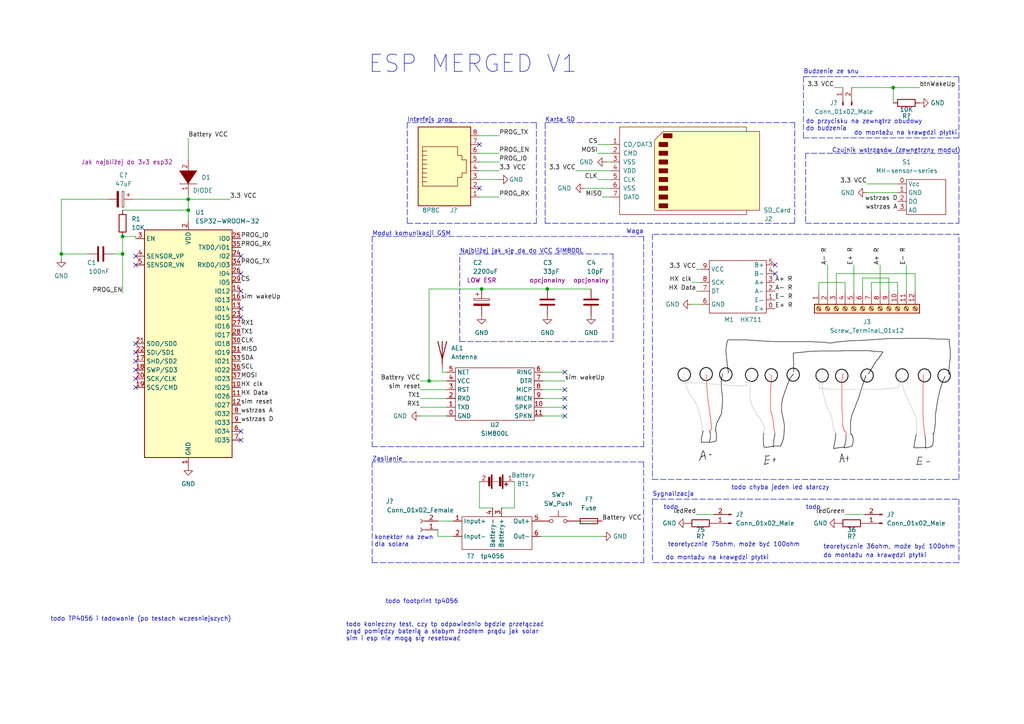
<source format=kicad_sch>
(kicad_sch (version 20211123) (generator eeschema)
  (paper "A4")
  (lib_symbols
    (symbol "Connector:8P8C" (pin_names (offset 1.016))
      (property "Reference" "J" (at -5.08 13.97 0))
      (property "Value" "8P8C" (at 2.54 13.97 0))
      (symbol "8P8C_0_1"
        (polyline (pts (xy -5.08 4.445) (xy -6.35 4.445)))
        (polyline (pts (xy -5.08 5.715) (xy -6.35 5.715)))
        (polyline (pts (xy -6.35 -3.175) (xy -5.08 -3.175) (xy -5.08 -3.175)))
        (polyline (pts (xy -6.35 -1.905) (xy -5.08 -1.905) (xy -5.08 -1.905)))
        (polyline (pts (xy -6.35 -0.635) (xy -5.08 -0.635) (xy -5.08 -0.635)))
        (polyline (pts (xy -6.35 0.635) (xy -5.08 0.635) (xy -5.08 0.635)))
        (polyline (pts (xy -6.35 1.905) (xy -5.08 1.905) (xy -5.08 1.905)))
        (polyline (pts (xy -5.08 3.175) (xy -6.35 3.175) (xy -6.35 3.175)))
        (polyline (pts (xy -6.35 -4.445) (xy -6.35 6.985) (xy 3.81 6.985) (xy 3.81 4.445) (xy 5.08 4.445) (xy 5.08 3.175) (xy 6.35 3.175) (xy 6.35 -0.635) (xy 5.08 -0.635) (xy 5.08 -1.905) (xy 3.81 -1.905) (xy 3.81 -4.445) (xy -6.35 -4.445) (xy -6.35 -4.445)))
        (rectangle (start 7.62 12.7) (end -7.62 -10.16) (stroke (width 0.254)) (fill (type background)))
      )
      (symbol "8P8C_1_1"
        (pin passive line (at 10.16 -7.62 180) (length 2.54) (name "~") (number "1"))
        (pin passive line (at 10.16 -5.08 180) (length 2.54) (name "~") (number "2"))
        (pin passive line (at 10.16 -2.54 180) (length 2.54) (name "~") (number "3"))
        (pin passive line (at 10.16 0 180) (length 2.54) (name "~") (number "4"))
        (pin passive line (at 10.16 2.54 180) (length 2.54) (name "~") (number "5"))
        (pin passive line (at 10.16 5.08 180) (length 2.54) (name "~") (number "6"))
        (pin passive line (at 10.16 7.62 180) (length 2.54) (name "~") (number "7"))
        (pin passive line (at 10.16 10.16 180) (length 2.54) (name "~") (number "8"))
      )
    )
    (symbol "Connector:Conn_01x02_Female" (pin_names (offset 1.016) hide)
      (property "Reference" "J" (at 0 2.54 0))
      (property "Value" "Conn_01x02_Female" (at 0 -5.08 0))
      (symbol "Conn_01x02_Female_1_1"
        (arc (start 0 -2.032) (mid -0.508 -2.54) (end 0 -3.048) (stroke (width 0.1524)))
        (polyline (pts (xy -1.27 -2.54) (xy -0.508 -2.54)) (stroke (width 0.1524)))
        (polyline (pts (xy -1.27 0) (xy -0.508 0)) (stroke (width 0.1524)))
        (arc (start 0 0.508) (mid -0.508 0) (end 0 -0.508) (stroke (width 0.1524)))
        (pin passive line (at -5.08 0 0) (length 3.81) (name "Pin_1") (number "1"))
        (pin passive line (at -5.08 -2.54 0) (length 3.81) (name "Pin_2") (number "2"))
      )
    )
    (symbol "Connector:Conn_01x02_Male" (pin_names (offset 1.016) hide)
      (property "Reference" "J" (at 0 2.54 0))
      (property "Value" "Conn_01x02_Male" (at 0 -5.08 0))
      (symbol "Conn_01x02_Male_1_1"
        (polyline (pts (xy 1.27 -2.54) (xy 0.8636 -2.54)) (stroke (width 0.1524)))
        (polyline (pts (xy 1.27 0) (xy 0.8636 0)) (stroke (width 0.1524)))
        (rectangle (start 0.8636 -2.413) (end 0 -2.667) (stroke (width 0.1524)) (fill (type outline)))
        (rectangle (start 0.8636 0.127) (end 0 -0.127) (stroke (width 0.1524)) (fill (type outline)))
        (pin passive line (at 5.08 0 180) (length 3.81) (name "Pin_1") (number "1"))
        (pin passive line (at 5.08 -2.54 180) (length 3.81) (name "Pin_2") (number "2"))
      )
    )
    (symbol "Connector:SD_Card" (pin_names (offset 1.016))
      (property "Reference" "J2" (at 22.86 -13.97 0))
      (property "Value" "SD_Card" (at 25.4 -11.43 0))
      (symbol "SD_Card_0_1"
        (rectangle (start -8.89 -9.525) (end -6.35 -10.795) (fill (type outline)))
        (rectangle (start -8.89 -6.985) (end -6.35 -8.255) (fill (type outline)))
        (rectangle (start -8.89 -4.445) (end -6.35 -5.715) (fill (type outline)))
        (rectangle (start -8.89 -1.905) (end -6.35 -3.175) (fill (type outline)))
        (rectangle (start -8.89 0.635) (end -6.35 -0.635) (fill (type outline)))
        (rectangle (start -8.89 3.175) (end -6.35 1.905) (fill (type outline)))
        (rectangle (start -8.89 5.715) (end -6.35 4.445) (fill (type outline)))
        (rectangle (start -8.89 8.255) (end -6.35 6.985) (fill (type outline)))
        (rectangle (start -7.62 10.795) (end -5.08 9.525) (fill (type outline)))
        (polyline (pts (xy -10.16 8.89) (xy -7.62 11.43) (xy 20.32 11.43) (xy 20.32 -11.43) (xy -10.16 -11.43) (xy -10.16 8.89)) (fill (type background)))
        (polyline (pts (xy 16.51 11.43) (xy 16.51 12.7) (xy -20.32 12.7) (xy -20.32 -12.7) (xy 16.51 -12.7) (xy 16.51 -11.43)))
      )
      (symbol "SD_Card_1_1"
        (pin input line (at -22.86 7.62 0) (length 2.54) (name "CD/DAT3") (number "1"))
        (pin input line (at -22.86 5.08 0) (length 2.54) (name "CMD") (number "2"))
        (pin power_in line (at -22.86 2.54 0) (length 2.54) (name "VSS") (number "3"))
        (pin passive line (at -22.86 0 0) (length 2.54) (name "VDD") (number "4"))
        (pin input line (at -22.86 -2.54 0) (length 2.54) (name "CLK") (number "5"))
        (pin power_in line (at -22.86 -5.08 0) (length 2.54) (name "VSS") (number "6"))
        (pin input line (at -22.86 -7.62 0) (length 2.54) (name "DAT0") (number "7"))
      )
    )
    (symbol "Connector:Screw_Terminal_01x12" (pin_names (offset 1.016) hide)
      (property "Reference" "J" (at 0 15.24 0))
      (property "Value" "Screw_Terminal_01x12" (at 0 -17.78 0))
      (symbol "Screw_Terminal_01x12_1_1"
        (rectangle (start -1.27 13.97) (end 1.27 -16.51) (stroke (width 0.254)) (fill (type background)))
        (circle (center 0 -15.24) (radius 0.635) (stroke (width 0.1524)))
        (circle (center 0 -12.7) (radius 0.635) (stroke (width 0.1524)))
        (circle (center 0 -10.16) (radius 0.635) (stroke (width 0.1524)))
        (circle (center 0 -7.62) (radius 0.635) (stroke (width 0.1524)))
        (circle (center 0 -5.08) (radius 0.635) (stroke (width 0.1524)))
        (circle (center 0 -2.54) (radius 0.635) (stroke (width 0.1524)))
        (polyline (pts (xy -0.5334 -14.9098) (xy 0.3302 -15.748)) (stroke (width 0.1524)))
        (polyline (pts (xy -0.5334 -12.3698) (xy 0.3302 -13.208)) (stroke (width 0.1524)))
        (polyline (pts (xy -0.5334 -9.8298) (xy 0.3302 -10.668)) (stroke (width 0.1524)))
        (polyline (pts (xy -0.5334 -7.2898) (xy 0.3302 -8.128)) (stroke (width 0.1524)))
        (polyline (pts (xy -0.5334 -4.7498) (xy 0.3302 -5.588)) (stroke (width 0.1524)))
        (polyline (pts (xy -0.5334 -2.2098) (xy 0.3302 -3.048)) (stroke (width 0.1524)))
        (polyline (pts (xy -0.5334 0.3302) (xy 0.3302 -0.508)) (stroke (width 0.1524)))
        (polyline (pts (xy -0.5334 2.8702) (xy 0.3302 2.032)) (stroke (width 0.1524)))
        (polyline (pts (xy -0.5334 5.4102) (xy 0.3302 4.572)) (stroke (width 0.1524)))
        (polyline (pts (xy -0.5334 7.9502) (xy 0.3302 7.112)) (stroke (width 0.1524)))
        (polyline (pts (xy -0.5334 10.4902) (xy 0.3302 9.652)) (stroke (width 0.1524)))
        (polyline (pts (xy -0.5334 13.0302) (xy 0.3302 12.192)) (stroke (width 0.1524)))
        (polyline (pts (xy -0.3556 -14.732) (xy 0.508 -15.5702)) (stroke (width 0.1524)))
        (polyline (pts (xy -0.3556 -12.192) (xy 0.508 -13.0302)) (stroke (width 0.1524)))
        (polyline (pts (xy -0.3556 -9.652) (xy 0.508 -10.4902)) (stroke (width 0.1524)))
        (polyline (pts (xy -0.3556 -7.112) (xy 0.508 -7.9502)) (stroke (width 0.1524)))
        (polyline (pts (xy -0.3556 -4.572) (xy 0.508 -5.4102)) (stroke (width 0.1524)))
        (polyline (pts (xy -0.3556 -2.032) (xy 0.508 -2.8702)) (stroke (width 0.1524)))
        (polyline (pts (xy -0.3556 0.508) (xy 0.508 -0.3302)) (stroke (width 0.1524)))
        (polyline (pts (xy -0.3556 3.048) (xy 0.508 2.2098)) (stroke (width 0.1524)))
        (polyline (pts (xy -0.3556 5.588) (xy 0.508 4.7498)) (stroke (width 0.1524)))
        (polyline (pts (xy -0.3556 8.128) (xy 0.508 7.2898)) (stroke (width 0.1524)))
        (polyline (pts (xy -0.3556 10.668) (xy 0.508 9.8298)) (stroke (width 0.1524)))
        (polyline (pts (xy -0.3556 13.208) (xy 0.508 12.3698)) (stroke (width 0.1524)))
        (circle (center 0 0) (radius 0.635) (stroke (width 0.1524)))
        (circle (center 0 2.54) (radius 0.635) (stroke (width 0.1524)))
        (circle (center 0 5.08) (radius 0.635) (stroke (width 0.1524)))
        (circle (center 0 7.62) (radius 0.635) (stroke (width 0.1524)))
        (circle (center 0 10.16) (radius 0.635) (stroke (width 0.1524)))
        (circle (center 0 12.7) (radius 0.635) (stroke (width 0.1524)))
        (pin passive line (at -5.08 12.7 0) (length 3.81) (name "Pin_1") (number "1"))
        (pin passive line (at -5.08 -10.16 0) (length 3.81) (name "Pin_10") (number "10"))
        (pin passive line (at -5.08 -12.7 0) (length 3.81) (name "Pin_11") (number "11"))
        (pin passive line (at -5.08 -15.24 0) (length 3.81) (name "Pin_12") (number "12"))
        (pin passive line (at -5.08 10.16 0) (length 3.81) (name "Pin_2") (number "2"))
        (pin passive line (at -5.08 7.62 0) (length 3.81) (name "Pin_3") (number "3"))
        (pin passive line (at -5.08 5.08 0) (length 3.81) (name "Pin_4") (number "4"))
        (pin passive line (at -5.08 2.54 0) (length 3.81) (name "Pin_5") (number "5"))
        (pin passive line (at -5.08 0 0) (length 3.81) (name "Pin_6") (number "6"))
        (pin passive line (at -5.08 -2.54 0) (length 3.81) (name "Pin_7") (number "7"))
        (pin passive line (at -5.08 -5.08 0) (length 3.81) (name "Pin_8") (number "8"))
        (pin passive line (at -5.08 -7.62 0) (length 3.81) (name "Pin_9") (number "9"))
      )
    )
    (symbol "Device:Antenna" (pin_numbers hide) (pin_names (offset 1.016) hide)
      (property "Reference" "AE" (at -1.905 1.905 0))
      (property "Value" "Antenna" (at -1.905 0 0))
      (symbol "Antenna_0_1"
        (polyline (pts (xy 0 2.54) (xy 0 -3.81)) (stroke (width 0.254)))
        (polyline (pts (xy 1.27 2.54) (xy 0 -2.54) (xy -1.27 2.54)) (stroke (width 0.254)))
      )
      (symbol "Antenna_1_1"
        (pin input line (at 0 -5.08 90) (length 2.54) (name "A") (number "1"))
      )
    )
    (symbol "Device:Battery" (pin_names (offset 0) hide)
      (property "Reference" "BT" (at 2.54 2.54 0))
      (property "Value" "Battery" (at 2.54 0 0))
      (symbol "Battery_0_1"
        (rectangle (start -2.032 -1.397) (end 2.032 -1.651) (fill (type outline)))
        (rectangle (start -2.032 1.778) (end 2.032 1.524) (fill (type outline)))
        (rectangle (start -1.3208 -1.9812) (end 1.27 -2.4892) (fill (type outline)))
        (rectangle (start -1.3208 1.1938) (end 1.27 0.6858) (fill (type outline)))
        (polyline (pts (xy 0 -1.524) (xy 0 -1.27)))
        (polyline (pts (xy 0 -1.016) (xy 0 -0.762)))
        (polyline (pts (xy 0 -0.508) (xy 0 -0.254)))
        (polyline (pts (xy 0 0) (xy 0 0.254)))
        (polyline (pts (xy 0 0.508) (xy 0 0.762)))
        (polyline (pts (xy 0 1.778) (xy 0 2.54)))
        (polyline (pts (xy 0.254 2.667) (xy 1.27 2.667)) (stroke (width 0.254)))
        (polyline (pts (xy 0.762 3.175) (xy 0.762 2.159)) (stroke (width 0.254)))
      )
      (symbol "Battery_1_1"
        (pin passive line (at 0 5.08 270) (length 2.54) (name "+") (number "1"))
        (pin passive line (at 0 -5.08 90) (length 2.54) (name "-") (number "2"))
      )
    )
    (symbol "Device:C" (pin_numbers hide) (pin_names (offset 0.254))
      (property "Reference" "C" (at 0.635 2.54 0))
      (property "Value" "C" (at 0.635 -2.54 0))
      (symbol "C_0_1"
        (polyline (pts (xy -2.032 -0.762) (xy 2.032 -0.762)) (stroke (width 0.508)))
        (polyline (pts (xy -2.032 0.762) (xy 2.032 0.762)) (stroke (width 0.508)))
      )
      (symbol "C_1_1"
        (pin passive line (at 0 3.81 270) (length 2.794) (name "~") (number "1"))
        (pin passive line (at 0 -3.81 90) (length 2.794) (name "~") (number "2"))
      )
    )
    (symbol "Device:C_Polarized" (pin_numbers hide) (pin_names (offset 0.254))
      (property "Reference" "C" (at 0.635 2.54 0))
      (property "Value" "C_Polarized" (at 0.635 -2.54 0))
      (symbol "C_Polarized_0_1"
        (rectangle (start -2.286 0.508) (end 2.286 1.016))
        (polyline (pts (xy -1.778 2.286) (xy -0.762 2.286)))
        (polyline (pts (xy -1.27 2.794) (xy -1.27 1.778)))
        (rectangle (start 2.286 -0.508) (end -2.286 -1.016) (fill (type outline)))
      )
      (symbol "C_Polarized_1_1"
        (pin passive line (at 0 3.81 270) (length 2.794) (name "~") (number "1"))
        (pin passive line (at 0 -3.81 90) (length 2.794) (name "~") (number "2"))
      )
    )
    (symbol "Device:Fuse" (pin_numbers hide) (pin_names (offset 0))
      (property "Reference" "F" (at 2.032 0 90))
      (property "Value" "Fuse" (at -1.905 0 90))
      (symbol "Fuse_0_1"
        (rectangle (start -0.762 -2.54) (end 0.762 2.54) (stroke (width 0.254)))
        (polyline (pts (xy 0 2.54) (xy 0 -2.54)))
      )
      (symbol "Fuse_1_1"
        (pin passive line (at 0 3.81 270) (length 1.27) (name "~") (number "1"))
        (pin passive line (at 0 -3.81 90) (length 1.27) (name "~") (number "2"))
      )
    )
    (symbol "Device:R" (pin_numbers hide) (pin_names (offset 0))
      (property "Reference" "R" (at 2.032 0 90))
      (property "Value" "R" (at 0 0 90))
      (symbol "R_0_1"
        (rectangle (start -1.016 -2.54) (end 1.016 2.54) (stroke (width 0.254)))
      )
      (symbol "R_1_1"
        (pin passive line (at 0 3.81 270) (length 1.27) (name "~") (number "1"))
        (pin passive line (at 0 -3.81 90) (length 1.27) (name "~") (number "2"))
      )
    )
    (symbol "RF_Module:ESP32-WROOM-32"
      (property "Reference" "U1" (at 2.0194 38.1 0))
      (property "Value" "ESP32-WROOM-32" (at 2.0194 35.56 0))
      (symbol "ESP32-WROOM-32_0_1"
        (rectangle (start -12.7 33.02) (end 12.7 -33.02) (stroke (width 0.254)) (fill (type background)))
      )
      (symbol "ESP32-WROOM-32_1_1"
        (pin power_in line (at 0 -35.56 90) (length 2.54) (name "GND") (number "1"))
        (pin bidirectional line (at 15.24 -12.7 180) (length 2.54) (name "IO25") (number "10"))
        (pin bidirectional line (at 15.24 -15.24 180) (length 2.54) (name "IO26") (number "11"))
        (pin bidirectional line (at 15.24 -17.78 180) (length 2.54) (name "IO27") (number "12"))
        (pin bidirectional line (at 15.24 10.16 180) (length 2.54) (name "IO14") (number "13"))
        (pin bidirectional line (at 15.24 15.24 180) (length 2.54) (name "IO12") (number "14"))
        (pin passive line (at 0 -35.56 90) (length 2.54) hide (name "GND") (number "15"))
        (pin bidirectional line (at 15.24 12.7 180) (length 2.54) (name "IO13") (number "16"))
        (pin bidirectional line (at -15.24 -5.08 0) (length 2.54) (name "SHD/SD2") (number "17"))
        (pin bidirectional line (at -15.24 -7.62 0) (length 2.54) (name "SWP/SD3") (number "18"))
        (pin bidirectional line (at -15.24 -12.7 0) (length 2.54) (name "SCS/CMD") (number "19"))
        (pin passive line (at 0 35.56 270) (length 2.54) (name "VDD") (number "2"))
        (pin bidirectional line (at -15.24 -10.16 0) (length 2.54) (name "SCK/CLK") (number "20"))
        (pin bidirectional line (at -15.24 0 0) (length 2.54) (name "SDO/SD0") (number "21"))
        (pin bidirectional line (at -15.24 -2.54 0) (length 2.54) (name "SDI/SD1") (number "22"))
        (pin bidirectional line (at 15.24 7.62 180) (length 2.54) (name "IO15") (number "23"))
        (pin bidirectional line (at 15.24 25.4 180) (length 2.54) (name "IO2") (number "24"))
        (pin bidirectional line (at 15.24 30.48 180) (length 2.54) (name "IO0") (number "25"))
        (pin bidirectional line (at 15.24 20.32 180) (length 2.54) (name "IO4") (number "26"))
        (pin bidirectional line (at 15.24 5.08 180) (length 2.54) (name "IO16") (number "27"))
        (pin bidirectional line (at 15.24 2.54 180) (length 2.54) (name "IO17") (number "28"))
        (pin bidirectional line (at 15.24 17.78 180) (length 2.54) (name "IO5") (number "29"))
        (pin input line (at -15.24 30.48 0) (length 2.54) (name "EN") (number "3"))
        (pin bidirectional line (at 15.24 0 180) (length 2.54) (name "IO18") (number "30"))
        (pin bidirectional line (at 15.24 -2.54 180) (length 2.54) (name "IO19") (number "31"))
        (pin no_connect line (at -12.7 -27.94 0) (length 2.54) hide (name "NC") (number "32"))
        (pin bidirectional line (at 15.24 -5.08 180) (length 2.54) (name "IO21") (number "33"))
        (pin bidirectional line (at 15.24 22.86 180) (length 2.54) (name "RXD0/IO3") (number "34"))
        (pin bidirectional line (at 15.24 27.94 180) (length 2.54) (name "TXD0/IO1") (number "35"))
        (pin bidirectional line (at 15.24 -7.62 180) (length 2.54) (name "IO22") (number "36"))
        (pin bidirectional line (at 15.24 -10.16 180) (length 2.54) (name "IO23") (number "37"))
        (pin passive line (at 0 -35.56 90) (length 2.54) hide (name "GND") (number "38"))
        (pin passive line (at 0 -35.56 90) (length 2.54) hide (name "GND") (number "39"))
        (pin input line (at -15.24 25.4 0) (length 2.54) (name "SENSOR_VP") (number "4"))
        (pin input line (at -15.24 22.86 0) (length 2.54) (name "SENSOR_VN") (number "5"))
        (pin input line (at 15.24 -25.4 180) (length 2.54) (name "IO34") (number "6"))
        (pin input line (at 15.24 -27.94 180) (length 2.54) (name "IO35") (number "7"))
        (pin bidirectional line (at 15.24 -20.32 180) (length 2.54) (name "IO32") (number "8"))
        (pin bidirectional line (at 15.24 -22.86 180) (length 2.54) (name "IO33") (number "9"))
      )
    )
    (symbol "Switch:SW_Push" (pin_numbers hide) (pin_names (offset 1.016) hide)
      (property "Reference" "SW" (at 1.27 2.54 0))
      (property "Value" "SW_Push" (at 0 -1.524 0))
      (symbol "SW_Push_0_1"
        (circle (center -2.032 0) (radius 0.508))
        (polyline (pts (xy 0 1.27) (xy 0 3.048)))
        (polyline (pts (xy 2.54 1.27) (xy -2.54 1.27)))
        (circle (center 2.032 0) (radius 0.508))
        (pin passive line (at -5.08 0 0) (length 2.54) (name "1") (number "1"))
        (pin passive line (at 5.08 0 180) (length 2.54) (name "2") (number "2"))
      )
    )
    (symbol "power:GND" (power) (pin_names (offset 0))
      (property "Value" "GND" (at 0 -3.81 0))
      (symbol "GND_0_1"
        (polyline (pts (xy 0 0) (xy 0 -1.27) (xy 1.27 -1.27) (xy 0 -2.54) (xy -1.27 -1.27) (xy 0 -1.27)))
      )
      (symbol "GND_1_1"
        (pin power_in line (at 0 0 270) (length 0) hide (name "GND") (number "1"))
      )
    )
    (symbol "pspice:DIODE" (pin_names (offset 1.016) hide)
      (property "Reference" "D1" (at 3.81 1.2701 90))
      (property "Value" "DIODE" (at 3.81 -1.2699 90))
      (symbol "DIODE_0_1"
        (polyline (pts (xy 1.905 2.54) (xy 1.905 -2.54)))
        (polyline (pts (xy -1.905 2.54) (xy -1.905 -2.54) (xy 1.905 0)) (fill (type outline)))
      )
      (symbol "DIODE_1_1"
        (pin input line (at 5.08 0 180) (length 3.81) (name "A") (number "1"))
        (pin input line (at -5.08 0 0) (length 3.81) (name "K") (number "2"))
      )
    )
    (symbol "wlasna_biblioteka1:HX711"
      (property "Reference" "M1" (at -1.905 21.59 0))
      (property "Value" "HX711" (at -1.905 19.05 0))
      (symbol "HX711_0_1"
        (rectangle (start -6.35 -1.27) (end 10.16 -16.51))
      )
      (symbol "HX711_1_1"
        (pin input line (at -8.89 -2.54 0) (length 2.54) (name "E+") (number "0"))
        (pin input line (at -8.89 -5.08 0) (length 2.54) (name "E-") (number "1"))
        (pin input line (at -8.89 -7.62 0) (length 2.54) (name "A-") (number "2"))
        (pin input line (at -8.89 -10.16 0) (length 2.54) (name "A+") (number "3"))
        (pin input line (at -8.89 -12.7 0) (length 2.54) (name "B-") (number "4"))
        (pin input line (at -8.89 -15.24 0) (length 2.54) (name "B+") (number "5"))
        (pin power_out line (at 12.7 -3.81 180) (length 2.54) (name "GND") (number "6"))
        (pin output line (at 12.7 -7.62 180) (length 2.54) (name "DT") (number "7"))
        (pin output line (at 12.7 -10.16 180) (length 2.54) (name "SCK") (number "8"))
        (pin passive line (at 12.7 -13.97 180) (length 2.54) (name "VCC") (number "9"))
      )
    )
    (symbol "wlasna_biblioteka1:MH-sensor-series"
      (property "Reference" "S" (at 5.715 4.445 0))
      (property "Value" "MH-sensor-series" (at 5.715 2.54 0))
      (symbol "MH-sensor-series_0_1"
        (rectangle (start 0 0) (end 11.43 -10.16))
      )
      (symbol "MH-sensor-series_1_1"
        (pin passive line (at -2.54 -1.27 0) (length 2.54) (name "Vcc") (number "0"))
        (pin passive line (at -2.54 -3.81 0) (length 2.54) (name "GND") (number "1"))
        (pin output line (at -2.54 -6.35 0) (length 2.54) (name "DO") (number "2"))
        (pin output line (at -2.54 -8.89 0) (length 2.54) (name "AO") (number "3"))
      )
    )
    (symbol "wlasna_biblioteka1:SIM800L"
      (property "Reference" "U" (at -5.715 -5.715 0))
      (property "Value" "SIM800L" (at -2.54 -3.81 0))
      (symbol "SIM800L_0_1"
        (rectangle (start -12.7 -6.985) (end 10.16 -22.225))
      )
      (symbol "SIM800L_1_1"
        (pin passive line (at -15.24 -20.955 0) (length 2.54) (name "GND") (number "0"))
        (pin output line (at -15.24 -18.415 0) (length 2.54) (name "TXD") (number "1"))
        (pin output line (at 12.7 -18.415 180) (length 2.54) (name "SPKP") (number "10"))
        (pin output line (at 12.7 -20.955 180) (length 2.54) (name "SPKN") (number "11"))
        (pin input line (at -15.24 -15.875 0) (length 2.54) (name "RXD") (number "2"))
        (pin input line (at -15.24 -13.335 0) (length 2.54) (name "RST") (number "3"))
        (pin passive line (at -15.24 -10.795 0) (length 2.54) (name "VCC") (number "4"))
        (pin output line (at -15.24 -8.255 0) (length 2.54) (name "NET") (number "5"))
        (pin bidirectional line (at 12.7 -8.255 180) (length 2.54) (name "RING") (number "6"))
        (pin bidirectional line (at 12.7 -10.795 180) (length 2.54) (name "DTR") (number "7"))
        (pin input line (at 12.7 -13.335 180) (length 2.54) (name "MICP") (number "8"))
        (pin input line (at 12.7 -15.875 180) (length 2.54) (name "MICN") (number "9"))
      )
    )
    (symbol "wlasna_biblioteka1:tp4056"
      (property "Reference" "T" (at 1.905 -10.795 0))
      (property "Value" "tp4056" (at 10.16 -10.795 0))
      (symbol "tp4056_0_1"
        (rectangle (start 0 0) (end 20.32 -9.525))
      )
      (symbol "tp4056_1_1"
        (pin power_in line (at -2.54 -1.27 0) (length 2.54) (name "Input+") (number "1"))
        (pin power_out line (at -2.54 -5.715 0) (length 2.54) (name "Input-") (number "2"))
        (pin input line (at 11.43 2.54 270) (length 2.54) (name "Battery+") (number "3"))
        (pin power_out line (at 8.89 2.54 270) (length 2.54) (name "Battery-") (number "4"))
        (pin output line (at 22.86 -1.27 180) (length 2.54) (name "Out+") (number "5"))
        (pin output line (at 22.86 -5.715 180) (length 2.54) (name "Out-") (number "6"))
      )
    )
  )
  (junction (at 54.61 60.96))
  (junction (at 158.75 83.82))
  (junction (at 17.78 73.66))
  (junction (at 35.56 68.58))
  (junction (at 139.7 83.82))
  (junction (at 259.08 25.4))
  (junction (at 54.61 57.785))
  (junction (at 124.46 110.49))
  (junction (at 35.56 73.66))
  (no_connect (at 163.83 115.57))
  (no_connect (at 39.37 99.695))
  (no_connect (at 39.37 76.835))
  (no_connect (at 224.79 76.835))
  (no_connect (at 69.85 89.535))
  (no_connect (at 39.37 104.775))
  (no_connect (at 163.83 107.95))
  (no_connect (at 69.85 84.455))
  (no_connect (at 139.065 41.91))
  (no_connect (at 163.83 113.03))
  (no_connect (at 39.37 102.235))
  (no_connect (at 39.37 109.855))
  (no_connect (at 163.83 120.65))
  (no_connect (at 69.85 79.375))
  (no_connect (at 69.85 74.295))
  (no_connect (at 69.85 92.075))
  (no_connect (at 69.85 125.095))
  (no_connect (at 224.79 79.375))
  (no_connect (at 163.83 118.11))
  (no_connect (at 39.37 107.315))
  (no_connect (at 139.065 54.61))
  (no_connect (at 69.85 127.635))
  (no_connect (at 39.37 112.395))
  (no_connect (at 39.37 74.295))
  (polyline (pts (xy 233.045 40.005) (xy 278.13 40.005)))
  (wire (pts (xy 144.78 52.07) (xy 139.065 52.07)))
  (wire (pts (xy 158.75 83.82) (xy 171.45 83.82)))
  (wire (pts (xy 241.935 25.4) (xy 244.475 25.4)))
  (wire (pts (xy 163.83 120.65) (xy 157.48 120.65)))
  (wire (pts (xy 251.46 53.34) (xy 260.35 53.34)))
  (polyline (pts (xy 107.95 129.54) (xy 186.69 129.54)))
  (wire (pts (xy 163.83 113.03) (xy 157.48 113.03)))
  (wire (pts (xy 259.08 25.4) (xy 266.7 25.4)))
  (polyline (pts (xy 133.35 73.66) (xy 177.8 73.66)))
  (polyline (pts (xy 233.045 22.225) (xy 233.045 40.005)))
  (wire (pts (xy 247.015 25.4) (xy 259.08 25.4)))
  (polyline (pts (xy 158.115 64.77) (xy 158.115 35.56)))
  (polyline (pts (xy 278.13 40.005) (xy 278.13 22.225)))
  (wire (pts (xy 39.37 68.58) (xy 39.37 69.215)))
  (wire (pts (xy 255.27 76.835) (xy 255.27 84.455)))
  (wire (pts (xy 169.545 54.61) (xy 177.165 54.61)))
  (polyline (pts (xy 233.68 44.45) (xy 233.68 64.77)))
  (polyline (pts (xy 189.23 144.78) (xy 278.13 144.78)))
  (polyline (pts (xy 155.575 35.56) (xy 118.11 35.56)))
  (wire (pts (xy 128.27 107.95) (xy 129.54 107.95)))
  (wire (pts (xy 247.65 76.835) (xy 247.65 84.455)))
  (wire (pts (xy 237.49 84.455) (xy 237.49 81.915)))
  (wire (pts (xy 127 153.67) (xy 127 155.575)))
  (wire (pts (xy 129.54 120.65) (xy 121.92 120.65)))
  (wire (pts (xy 200.66 88.265) (xy 203.2 88.265)))
  (wire (pts (xy 139.065 139.7) (xy 139.065 147.32)))
  (wire (pts (xy 260.35 81.915) (xy 260.35 84.455)))
  (wire (pts (xy 142.875 147.32) (xy 139.065 147.32)))
  (wire (pts (xy 262.89 76.835) (xy 262.89 84.455)))
  (polyline (pts (xy 133.35 99.06) (xy 133.35 73.66)))
  (wire (pts (xy 265.43 79.375) (xy 265.43 84.455)))
  (polyline (pts (xy 186.69 133.985) (xy 107.95 133.985)))
  (wire (pts (xy 240.03 76.835) (xy 240.03 84.455)))
  (wire (pts (xy 144.78 46.99) (xy 139.065 46.99)))
  (wire (pts (xy 54.61 60.96) (xy 54.61 57.785)))
  (polyline (pts (xy 118.11 35.56) (xy 118.11 64.77)))
  (polyline (pts (xy 155.575 64.77) (xy 155.575 35.56)))
  (wire (pts (xy 174.625 57.15) (xy 177.165 57.15)))
  (wire (pts (xy 144.78 57.15) (xy 139.065 57.15)))
  (wire (pts (xy 33.02 73.66) (xy 35.56 73.66)))
  (wire (pts (xy 17.78 73.66) (xy 25.4 73.66)))
  (wire (pts (xy 17.78 73.66) (xy 17.78 74.93)))
  (polyline (pts (xy 233.68 64.77) (xy 278.13 64.77)))
  (wire (pts (xy 257.81 80.645) (xy 257.81 84.455)))
  (wire (pts (xy 54.61 60.96) (xy 35.56 60.96)))
  (polyline (pts (xy 107.95 68.58) (xy 107.95 129.54)))
  (wire (pts (xy 173.355 41.91) (xy 177.165 41.91)))
  (polyline (pts (xy 278.13 67.945) (xy 189.23 67.945)))
  (wire (pts (xy 129.54 113.03) (xy 121.92 113.03)))
  (polyline (pts (xy 189.23 139.065) (xy 278.13 139.065)))
  (wire (pts (xy 163.83 107.95) (xy 157.48 107.95)))
  (wire (pts (xy 242.57 79.375) (xy 265.43 79.375)))
  (wire (pts (xy 127 151.13) (xy 131.445 151.13)))
  (wire (pts (xy 124.46 110.49) (xy 129.54 110.49)))
  (wire (pts (xy 174.625 155.575) (xy 156.845 155.575)))
  (wire (pts (xy 35.56 73.66) (xy 35.56 85.09)))
  (wire (pts (xy 201.93 149.225) (xy 207.01 149.225)))
  (polyline (pts (xy 186.69 68.58) (xy 107.95 68.58)))
  (polyline (pts (xy 186.69 133.985) (xy 186.69 163.195)))
  (wire (pts (xy 144.78 49.53) (xy 139.065 49.53)))
  (polyline (pts (xy 230.505 35.56) (xy 230.505 64.77)))
  (wire (pts (xy 250.19 80.645) (xy 257.81 80.645)))
  (wire (pts (xy 252.73 81.915) (xy 260.35 81.915)))
  (wire (pts (xy 124.46 83.82) (xy 139.7 83.82)))
  (wire (pts (xy 237.49 81.915) (xy 245.11 81.915)))
  (wire (pts (xy 121.92 110.49) (xy 124.46 110.49)))
  (wire (pts (xy 163.83 118.11) (xy 157.48 118.11)))
  (wire (pts (xy 17.78 57.785) (xy 17.78 73.66)))
  (polyline (pts (xy 189.23 67.945) (xy 189.23 139.065)))
  (polyline (pts (xy 278.13 144.78) (xy 278.13 163.195)))
  (polyline (pts (xy 278.13 163.195) (xy 189.23 163.195)))
  (wire (pts (xy 124.46 83.82) (xy 124.46 110.49)))
  (wire (pts (xy 128.27 107.95) (xy 128.27 106.68)))
  (wire (pts (xy 35.56 68.58) (xy 39.37 68.58)))
  (wire (pts (xy 144.78 44.45) (xy 139.065 44.45)))
  (wire (pts (xy 54.61 57.785) (xy 66.675 57.785)))
  (polyline (pts (xy 278.13 139.065) (xy 278.13 67.945)))
  (wire (pts (xy 250.19 84.455) (xy 250.19 80.645)))
  (wire (pts (xy 173.355 44.45) (xy 177.165 44.45)))
  (polyline (pts (xy 118.11 64.77) (xy 155.575 64.77)))
  (wire (pts (xy 17.78 57.785) (xy 31.115 57.785)))
  (wire (pts (xy 145.415 147.32) (xy 149.225 147.32)))
  (wire (pts (xy 54.61 46.355) (xy 54.61 40.005)))
  (wire (pts (xy 139.7 83.82) (xy 158.75 83.82)))
  (wire (pts (xy 259.08 25.4) (xy 259.08 29.845)))
  (wire (pts (xy 38.735 57.785) (xy 54.61 57.785)))
  (wire (pts (xy 35.56 68.58) (xy 35.56 73.66)))
  (wire (pts (xy 54.61 64.135) (xy 54.61 60.96)))
  (wire (pts (xy 163.83 110.49) (xy 157.48 110.49)))
  (wire (pts (xy 167.005 49.53) (xy 177.165 49.53)))
  (wire (pts (xy 201.93 78.105) (xy 203.2 78.105)))
  (wire (pts (xy 163.83 115.57) (xy 157.48 115.57)))
  (polyline (pts (xy 230.505 64.77) (xy 158.115 64.77)))
  (wire (pts (xy 149.225 139.7) (xy 149.225 147.32)))
  (wire (pts (xy 144.78 39.37) (xy 139.065 39.37)))
  (wire (pts (xy 242.57 84.455) (xy 242.57 79.375)))
  (wire (pts (xy 245.11 81.915) (xy 245.11 84.455)))
  (polyline (pts (xy 278.13 44.45) (xy 233.68 44.45)))
  (wire (pts (xy 201.93 84.455) (xy 203.2 84.455)))
  (polyline (pts (xy 233.045 22.225) (xy 278.13 22.225)))
  (wire (pts (xy 173.355 52.07) (xy 177.165 52.07)))
  (polyline (pts (xy 133.35 99.06) (xy 177.8 99.06)))
  (polyline (pts (xy 177.8 73.66) (xy 177.8 99.06)))
  (polyline (pts (xy 189.23 144.78) (xy 189.23 163.195)))
  (wire (pts (xy 129.54 115.57) (xy 121.92 115.57)))
  (polyline (pts (xy 158.115 35.56) (xy 230.505 35.56)))
  (wire (pts (xy 175.895 46.99) (xy 177.165 46.99)))
  (wire (pts (xy 245.11 149.225) (xy 250.825 149.225)))
  (polyline (pts (xy 186.69 129.54) (xy 186.69 68.58)))
  (wire (pts (xy 251.46 55.88) (xy 260.35 55.88)))
  (polyline (pts (xy 107.95 133.985) (xy 107.95 163.195)))
  (polyline (pts (xy 278.13 64.77) (xy 278.13 44.45)))
  (polyline (pts (xy 107.95 163.195) (xy 186.69 163.195)))
  (wire (pts (xy 54.61 57.785) (xy 54.61 56.515)))
  (wire (pts (xy 127 155.575) (xy 131.445 155.575)))
  (wire (pts (xy 252.73 84.455) (xy 252.73 81.915)))
  (wire (pts (xy 129.54 118.11) (xy 121.92 118.11)))
  (wire (pts (xy 200.66 81.915) (xy 203.2 81.915)))
  (image (at 233.68 117.475) (scale 0.560199))
  (text "do przycisku na zewnątrz obudowy\ndo budzenia" (at 233.68 38.1 0) (effects (font (size 1.27 1.27)) (justify left bottom)))
  (text "ESP MERGED V1" (at 106.68 21.59 0) (effects (font (size 5 5)) (justify left bottom)))
  (text "Karta SD" (at 158.115 35.56 0) (effects (font (size 1.27 1.27)) (justify left bottom)))
  (text "Sygnalizacja" (at 189.23 144.145 0) (effects (font (size 1.27 1.27)) (justify left bottom)))
  (text "todo konieczny test, czy tp odpowiednio będzie przełączać\nprąd pomiędzy baterią a słabym źródłem prądu jak solar\nsim i esp nie mogą się resetować" (at 100.33 186.055 0) (effects (font (size 1.27 1.27)) (justify left bottom)))
  (text "teoretycznie 75ohm, może być 100ohm" (at 193.675 158.75 0) (effects (font (size 1.27 1.27)) (justify left bottom)))
  (text "todo" (at 233.68 147.955 0) (effects (font (size 1.27 1.27)) (justify left bottom)))
  (text "todo" (at 192.405 147.955 0) (effects (font (size 1.27 1.27)) (justify left bottom)))
  (text "Najbliżej jak się da do VCC SIM800L" (at 133.35 73.66 0) (effects (font (size 1.27 1.27)) (justify left bottom)))
  (text "Czujnik wstrząsów (zewnętrzny moduł)" (at 241.3 44.45 0) (effects (font (size 1.27 1.27)) (justify left bottom)))
  (text "todo chyba jeden led starczy" (at 212.09 142.24 0) (effects (font (size 1.27 1.27)) (justify left bottom)))
  (text "todo TP4056 i ładowanie (po testach wczesniejszych)" (at 14.605 180.34 0) (effects (font (size 1.27 1.27)) (justify left bottom)))
  (text "konektor na zewn \ndla solara" (at 108.585 158.75 0) (effects (font (size 1.27 1.27)) (justify left bottom)))
  (text "Zasilanie" (at 107.95 133.985 0) (effects (font (size 1.27 1.27)) (justify left bottom)))
  (text "Interfejs prog" (at 118.11 35.56 0) (effects (font (size 1.27 1.27)) (justify left bottom)))
  (text "do montażu na krawędzi płytki" (at 238.76 161.925 0) (effects (font (size 1.27 1.27)) (justify left bottom)))
  (text "do montażu na krawędzi płytki" (at 193.04 162.56 0) (effects (font (size 1.27 1.27)) (justify left bottom)))
  (text "Budzenie ze snu" (at 233.045 21.59 0) (effects (font (size 1.27 1.27)) (justify left bottom)))
  (text "do montażu na krawędzi płytki" (at 247.65 39.37 0) (effects (font (size 1.27 1.27)) (justify left bottom)))
  (text "teoretycznie 36ohm, może być 100ohm" (at 238.76 159.385 0) (effects (font (size 1.27 1.27)) (justify left bottom)))
  (text "Waga" (at 181.61 67.945 0) (effects (font (size 1.27 1.27)) (justify left bottom)))
  (text "Moduł komunikacji GSM" (at 107.95 68.58 0) (effects (font (size 1.27 1.27)) (justify left bottom)))
  (text "todo footprint tp4056\n" (at 111.76 175.26 0) (effects (font (size 1.27 1.27)) (justify left bottom)))
  (label "CS" (at 69.85 81.915 0))
  (label "sim reset" (at 69.85 117.475 0))
  (label "E- R" (at 224.79 86.995 0))
  (label "E+ R" (at 247.65 76.835 90))
  (label "sim reset" (at 121.92 113.03 180))
  (label "3.3 VCC" (at 251.46 53.34 180))
  (label "sim wakeUp" (at 163.83 110.49 0))
  (label "RX1" (at 69.85 94.615 0))
  (label "wstrzas A" (at 260.35 60.96 180))
  (label "E+ R" (at 224.79 89.535 0))
  (label "ledRed" (at 201.93 149.225 180))
  (label "Battery VCC" (at 121.92 110.49 180))
  (label "3.3 VCC" (at 201.93 78.105 180))
  (label "wstrzas A" (at 69.85 120.015 0))
  (label "3.3 VCC" (at 144.78 49.53 0))
  (label "MISO" (at 69.85 102.235 0))
  (label "PROG_I0" (at 69.85 69.215 0))
  (label "HX clk" (at 69.85 112.395 0))
  (label "SDA" (at 69.85 104.775 0))
  (label "wstrzas D" (at 260.35 58.42 180))
  (label "SCL" (at 69.85 107.315 0))
  (label "RX1" (at 121.92 118.11 180))
  (label "PROG_EN" (at 144.78 44.45 0))
  (label "PROG_TX" (at 144.78 39.37 0))
  (label "A- R" (at 224.79 84.455 0))
  (label "Battery VCC" (at 54.61 40.005 0))
  (label "sim wakeUp" (at 69.85 86.995 0))
  (label "HX clk" (at 200.66 81.915 180))
  (label "PROG_RX" (at 69.85 71.755 0))
  (label "A+ R" (at 224.79 81.915 0))
  (label "PROG_I0" (at 144.78 46.99 0))
  (label "CLK" (at 69.85 99.695 0))
  (label "wstrzas D" (at 69.85 122.555 0))
  (label "3.3 VCC" (at 66.675 57.785 0))
  (label "TX1" (at 69.85 97.155 0))
  (label "HX Data" (at 201.93 84.455 180))
  (label "MISO" (at 174.625 57.15 180))
  (label "HX Data" (at 69.85 114.935 0))
  (label "A- R" (at 240.03 76.835 90))
  (label "MOSI" (at 173.355 44.45 180))
  (label "A+ R" (at 255.27 76.835 90))
  (label "PROG_RX" (at 144.78 57.15 0))
  (label "PROG_EN" (at 35.56 85.09 180))
  (label "ledGreen" (at 245.11 149.225 180))
  (label "E- R" (at 262.89 76.835 90))
  (label "3.3 VCC" (at 241.935 25.4 180))
  (label "MOSI" (at 69.85 109.855 0))
  (label "TX1" (at 121.92 115.57 180))
  (label "CS" (at 173.355 41.91 180))
  (label "3.3 VCC" (at 167.005 49.53 180))
  (label "CLK" (at 173.355 52.07 180))
  (label "btnWakeUp" (at 266.7 25.4 0))
  (label "Battery VCC" (at 174.625 151.13 0))
  (label "PROG_TX" (at 69.85 76.835 0))
  (symbol (lib_id "Connector:Conn_01x02_Male") (at 212.09 151.765 180) (unit 1)
    (property "Reference" "J?" (at 213.36 149.2249 0) (effects (justify right)))
    (property "Value" "Conn_01x02_Male" (at 213.36 151.7649 0) (effects (justify right)))
  )
  (symbol (lib_id "Connector:Conn_01x02_Male") (at 255.905 151.765 180) (unit 1)
    (property "Reference" "J?" (at 257.175 149.2249 0) (effects (justify right)))
    (property "Value" "Conn_01x02_Male" (at 257.175 151.7649 0) (effects (justify right)))
  )
  (symbol (lib_id "Switch:SW_Push") (at 161.925 151.13 0) (unit 1)
    (property "Reference" "SW?" (at 161.925 143.51 0))
    (property "Value" "SW_Push" (at 161.925 146.05 0))
    (property "Footprint" "wlasne_footprinty:wlacznik" (effects hide))
  )
  (symbol (lib_id "power:GND") (at 169.545 54.61 270) (unit 1)
    (property "Reference" "#PWR0105" (effects hide))
    (property "Value" "GND" (at 165.735 54.61 90) (effects (justify right)))
  )
  (symbol (lib_id "wlasna_biblioteka1:MH-sensor-series") (at 262.89 52.07 0) (unit 1)
    (property "Reference" "S1" (at 261.62 46.99 0) (effects (justify left)))
    (property "Value" "MH-sensor-series" (at 254 49.53 0) (effects (justify left)))
    (property "Footprint" "wlasne_footprinty:MH-sensor-series" (effects hide))
  )
  (symbol (lib_id "Connector:SD_Card") (at 200.025 49.53 0) (unit 1)
    (property "Reference" "J2" (at 222.885 63.5 0))
    (property "Value" "SD_Card" (at 225.425 60.96 0))
    (property "Footprint" "wlasne_footprinty:karta sd" (effects hide))
    (property "Datasheet" "http://portal.fciconnect.com/Comergent//fci/drawing/10067847.pdf" (effects hide))
  )
  (symbol (lib_id "power:GND") (at 144.78 52.07 90) (unit 1)
    (property "Reference" "#PWR?" (effects hide))
    (property "Value" "GND" (at 151.765 52.07 90) (effects (justify left)))
  )
  (symbol (lib_id "power:GND") (at 243.205 151.765 270) (unit 1)
    (property "Reference" "#PWR?" (effects hide))
    (property "Value" "GND" (at 240.03 151.7649 90) (effects (justify right)))
  )
  (symbol (lib_id "Device:Fuse") (at 170.815 151.13 90) (unit 1)
    (property "Reference" "F?" (at 170.815 144.78 90))
    (property "Value" "Fuse" (at 170.815 147.32 90))
    (property "Footprint" "Resistor_THT:R_Axial_DIN0411_L9.9mm_D3.6mm_P15.24mm_Horizontal" (effects hide))
  )
  (symbol (lib_id "power:GND") (at 17.78 74.93 0) (unit 1)
    (property "Reference" "#PWR0110" (effects hide))
    (property "Value" "GND" (at 17.78 80.01 0))
  )
  (symbol (lib_id "wlasna_biblioteka1:tp4056") (at 133.985 149.86 0) (unit 1)
    (property "Reference" "T?" (at 136.525 161.29 0))
    (property "Value" "tp4056" (at 142.875 161.29 0))
  )
  (symbol (lib_id "power:GND") (at 121.92 120.65 270) (unit 1)
    (property "Reference" "#PWR0107" (effects hide))
    (property "Value" "GND" (at 118.11 120.6499 90) (effects (justify right)))
  )
  (symbol (lib_id "Device:R") (at 203.2 151.765 90) (unit 1)
    (property "Reference" "R?" (at 203.2 155.575 90))
    (property "Value" "75" (at 203.2 153.67 90))
  )
  (symbol (lib_id "wlasna_biblioteka1:HX711") (at 215.9 92.075 180) (unit 1)
    (property "Reference" "M1" (at 211.455 92.71 0))
    (property "Value" "HX711" (at 217.805 92.71 0))
    (property "Footprint" "wlasne_footprinty:hx711" (effects hide))
  )
  (symbol (lib_id "power:GND") (at 139.7 91.44 0) (unit 1)
    (property "Reference" "#PWR0101" (effects hide))
    (property "Value" "GND" (at 139.7 96.52 0))
  )
  (symbol (lib_id "power:GND") (at 200.66 88.265 270) (unit 1)
    (property "Reference" "#PWR0109" (effects hide))
    (property "Value" "GND" (at 193.04 88.265 90) (effects (justify left)))
  )
  (symbol (lib_id "power:GND") (at 174.625 155.575 90) (unit 1)
    (property "Reference" "#PWR?" (effects hide))
    (property "Value" "GND" (at 177.8 155.5749 90) (effects (justify right)))
  )
  (symbol (lib_id "Device:R") (at 247.015 151.765 90) (unit 1)
    (property "Reference" "R?" (at 247.015 155.575 90))
    (property "Value" "36" (at 247.015 153.67 90))
  )
  (symbol (lib_id "Device:C_Polarized") (at 139.7 87.63 0) (unit 1)
    (property "Reference" "C2" (at 137.16 76.2 0) (effects (justify left)))
    (property "Value" "2200uF" (at 137.16 78.74 0) (effects (justify left)))
    (property "Footprint" "Capacitor_THT:CP_Radial_D10.0mm_P5.00mm" (effects hide))
    (property "opis" "LOW ESR" (at 139.7 81.28 0))
  )
  (symbol (lib_id "pspice:DIODE") (at 54.61 51.435 270) (unit 1)
    (property "Reference" "D1" (at 58.42 51.435 90) (effects (justify left)))
    (property "Value" "DIODE" (at 55.88 55.245 90) (effects (justify left)))
    (property "Footprint" "Diode_THT:D_A-405_P10.16mm_Horizontal" (effects hide))
  )
  (symbol (lib_id "power:GND") (at 266.7 29.845 90) (unit 1)
    (property "Reference" "#PWR?" (effects hide))
    (property "Value" "GND" (at 269.875 29.8449 90) (effects (justify right)))
  )
  (symbol (lib_id "Connector:Screw_Terminal_01x12") (at 250.19 89.535 90) (mirror x) (unit 1)
    (property "Reference" "J3" (at 251.46 93.345 90))
    (property "Value" "Screw_Terminal_01x12" (at 251.46 95.885 90))
    (property "Footprint" "wlasne_footprinty:screw connector 12" (effects hide))
  )
  (symbol (lib_id "Connector:Conn_01x02_Male") (at 244.475 30.48 90) (unit 1)
    (property "Reference" "J?" (at 240.665 29.845 90) (effects (justify right)))
    (property "Value" "Conn_01x02_Male" (at 236.22 32.385 90) (effects (justify right)))
  )
  (symbol (lib_id "Connector:Conn_01x02_Female") (at 121.92 153.67 180) (unit 1)
    (property "Reference" "J?" (at 113.03 145.415 0))
    (property "Value" "Conn_01x02_Female" (at 121.92 147.955 0))
  )
  (symbol (lib_id "Device:C_Polarized") (at 34.925 57.785 270) (unit 1)
    (property "Reference" "C?" (at 35.814 50.8 90))
    (property "Value" "47uF" (at 35.814 53.34 90))
    (property "Notka" "Jak najbliżej do 3v3 esp32" (at 36.83 46.99 90))
  )
  (symbol (lib_id "Device:C") (at 29.21 73.66 90) (unit 1)
    (property "Reference" "C1" (at 27.94 76.2 90) (effects (justify left)))
    (property "Value" "100nF" (at 31.75 78.74 90) (effects (justify left)))
    (property "Footprint" "Capacitor_THT:CP_Radial_Tantal_D5.0mm_P2.50mm" (effects hide))
  )
  (symbol (lib_id "Device:C") (at 171.45 87.63 0) (unit 1)
    (property "Reference" "C4" (at 170.18 76.2 0) (effects (justify left)))
    (property "Value" "10pF" (at 170.18 78.74 0) (effects (justify left)))
    (property "Footprint" "Capacitor_THT:CP_Radial_Tantal_D5.0mm_P2.50mm" (effects hide))
    (property "opis" "opcjonalny" (at 171.45 81.28 0))
  )
  (symbol (lib_id "power:GND") (at 199.39 151.765 270) (unit 1)
    (property "Reference" "#PWR?" (effects hide))
    (property "Value" "GND" (at 196.215 151.7649 90) (effects (justify right)))
  )
  (symbol (lib_id "Device:Antenna") (at 128.27 101.6 0) (unit 1)
    (property "Reference" "AE1" (at 130.81 100.9649 0) (effects (justify left)))
    (property "Value" "Antenna" (at 130.81 103.5049 0) (effects (justify left)))
    (property "Footprint" "Connector_Coaxial:SMA_Amphenol_132291_Vertical" (effects hide))
    (property "opis" "SMA" (effects hide))
  )
  (symbol (lib_id "power:GND") (at 54.61 135.255 0) (unit 1)
    (property "Reference" "#PWR0112" (effects hide))
    (property "Value" "GND" (at 54.61 140.335 0))
  )
  (symbol (lib_id "power:GND") (at 175.895 46.99 270) (unit 1)
    (property "Reference" "#PWR0104" (effects hide))
    (property "Value" "GND" (at 172.085 46.9899 90) (effects (justify right)))
  )
  (symbol (lib_id "power:GND") (at 251.46 55.88 270) (unit 1)
    (property "Reference" "#PWR0103" (effects hide))
    (property "Value" "GND" (at 243.84 55.88 90) (effects (justify left)))
  )
  (symbol (lib_id "Connector:8P8C") (at 128.905 49.53 0) (unit 1)
    (property "Reference" "J?" (at 132.715 60.96 0) (effects (justify right)))
    (property "Value" "8P8C" (at 127.6351 60.96 0) (effects (justify right)))
    (property "Footprint" "wlasne_footprinty:Ethernet 8p8c moje" (effects hide))
  )
  (symbol (lib_id "Device:C") (at 158.75 87.63 0) (unit 1)
    (property "Reference" "C3" (at 157.48 76.2 0) (effects (justify left)))
    (property "Value" "33pF" (at 157.48 78.74 0) (effects (justify left)))
    (property "Footprint" "Capacitor_THT:CP_Radial_Tantal_D5.0mm_P2.50mm" (effects hide))
    (property "Opis" "opcjonalny" (at 158.75 81.28 0))
  )
  (symbol (lib_id "RF_Module:ESP32-WROOM-32") (at 54.61 99.695 0) (unit 1)
    (property "Reference" "U1" (at 56.6294 61.595 0) (effects (justify left)))
    (property "Value" "ESP32-WROOM-32" (at 56.6294 64.135 0) (effects (justify left)))
    (property "Footprint" "RF_Module:ESP32-WROOM-32" (effects hide))
    (property "Datasheet" "https://www.espressif.com/sites/default/files/documentation/esp32-wroom-32_datasheet_en.pdf" (effects hide))
  )
  (symbol (lib_id "power:GND") (at 171.45 91.44 0) (unit 1)
    (property "Reference" "#PWR0106" (effects hide))
    (property "Value" "GND" (at 171.45 96.52 0))
  )
  (symbol (lib_id "wlasna_biblioteka1:SIM800L") (at 144.78 99.695 0) (unit 1)
    (property "Reference" "U2" (at 143.51 123.19 0))
    (property "Value" "SIM800L" (at 143.51 125.73 0))
    (property "Footprint" "wlasne_footprinty:sim800l" (effects hide))
  )
  (symbol (lib_id "power:GND") (at 158.75 91.44 0) (unit 1)
    (property "Reference" "#PWR0102" (effects hide))
    (property "Value" "GND" (at 158.75 96.52 0))
  )
  (symbol (lib_id "Device:R") (at 262.89 29.845 90) (unit 1)
    (property "Reference" "R?" (at 262.89 33.655 90))
    (property "Value" "10K" (at 262.89 31.75 90))
  )
  (symbol (lib_id "Device:R") (at 35.56 64.77 0) (unit 1)
    (property "Reference" "R1" (at 38.1 63.4999 0) (effects (justify left)))
    (property "Value" "10K" (at 38.1 66.0399 0) (effects (justify left)))
    (property "Footprint" "Resistor_THT:R_Axial_DIN0207_L6.3mm_D2.5mm_P10.16mm_Horizontal" (effects hide))
  )
  (symbol (lib_id "Device:Battery") (at 144.145 139.7 270) (unit 1)
    (property "Reference" "BT1" (at 151.765 140.335 90))
    (property "Value" "Battery" (at 151.765 137.795 90))
    (property "Footprint" "wlasne_footprinty:koszyk na baterie 1x1" (effects hide))
  )
)
</source>
